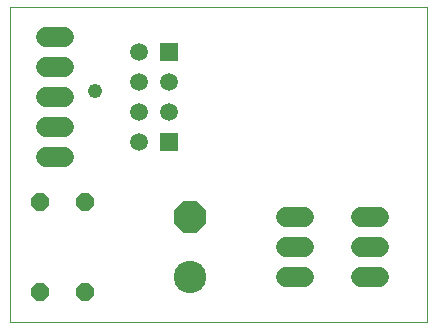
<source format=gbs>
G75*
%MOIN*%
%OFA0B0*%
%FSLAX25Y25*%
%IPPOS*%
%LPD*%
%AMOC8*
5,1,8,0,0,1.08239X$1,22.5*
%
%ADD10C,0.00000*%
%ADD11C,0.10800*%
%ADD12OC8,0.10800*%
%ADD13C,0.06800*%
%ADD14OC8,0.06000*%
%ADD15R,0.05950X0.05950*%
%ADD16C,0.05950*%
%ADD17C,0.04800*%
D10*
X0001800Y0004102D02*
X0001800Y0109063D01*
X0140501Y0109063D01*
X0140501Y0004102D01*
X0001800Y0004102D01*
D11*
X0061800Y0019102D03*
D12*
X0061800Y0039102D03*
D13*
X0093800Y0039102D02*
X0099800Y0039102D01*
X0099800Y0029102D02*
X0093800Y0029102D01*
X0093800Y0019102D02*
X0099800Y0019102D01*
X0118800Y0019102D02*
X0124800Y0019102D01*
X0124800Y0029102D02*
X0118800Y0029102D01*
X0118800Y0039102D02*
X0124800Y0039102D01*
X0019800Y0059102D02*
X0013800Y0059102D01*
X0013800Y0069102D02*
X0019800Y0069102D01*
X0019800Y0079102D02*
X0013800Y0079102D01*
X0013800Y0089102D02*
X0019800Y0089102D01*
X0019800Y0099102D02*
X0013800Y0099102D01*
D14*
X0011800Y0044102D03*
X0026800Y0044102D03*
X0026800Y0014102D03*
X0011800Y0014102D03*
D15*
X0054605Y0064161D03*
X0054605Y0094161D03*
D16*
X0044605Y0094161D03*
X0044605Y0084161D03*
X0054605Y0084161D03*
X0054605Y0074161D03*
X0044605Y0074161D03*
X0044605Y0064161D03*
D17*
X0030050Y0081202D03*
M02*

</source>
